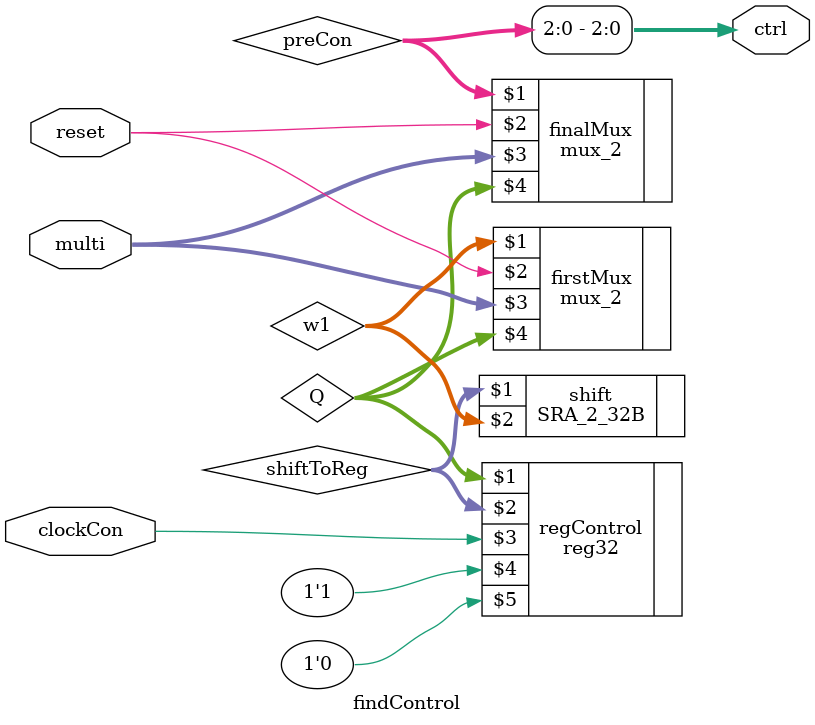
<source format=v>
module findControl(ctrl, multi, clockCon, reset);
	input [31:0] multi;
	input clockCon, reset;

	output [2:0] ctrl;

	wire [31:0] w1, shiftToReg, Q, preCon, temp;

	mux_2 firstMux(w1, reset, multi, Q);

	SRA_2_32B shift(shiftToReg, w1);

	reg32 regControl(Q, shiftToReg, clockCon, 1'b1, 1'b0);

	mux_2 finalMux(preCon, reset, multi, Q);

	assign ctrl = preCon[2:0];

endmodule
</source>
